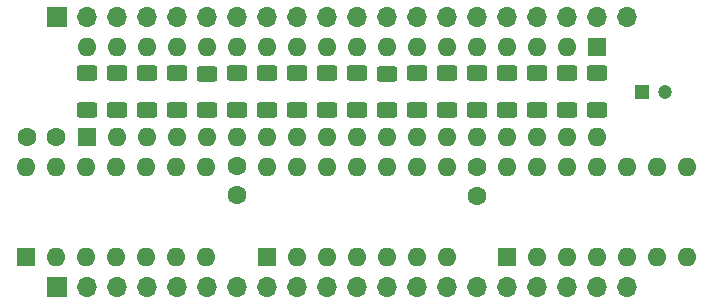
<source format=gts>
G04 #@! TF.GenerationSoftware,KiCad,Pcbnew,(6.0.11-0)*
G04 #@! TF.CreationDate,2023-06-10T21:35:02+02:00*
G04 #@! TF.ProjectId,debug_leds,64656275-675f-46c6-9564-732e6b696361,REV*
G04 #@! TF.SameCoordinates,Original*
G04 #@! TF.FileFunction,Soldermask,Top*
G04 #@! TF.FilePolarity,Negative*
%FSLAX46Y46*%
G04 Gerber Fmt 4.6, Leading zero omitted, Abs format (unit mm)*
G04 Created by KiCad (PCBNEW (6.0.11-0)) date 2023-06-10 21:35:02*
%MOMM*%
%LPD*%
G01*
G04 APERTURE LIST*
G04 Aperture macros list*
%AMRoundRect*
0 Rectangle with rounded corners*
0 $1 Rounding radius*
0 $2 $3 $4 $5 $6 $7 $8 $9 X,Y pos of 4 corners*
0 Add a 4 corners polygon primitive as box body*
4,1,4,$2,$3,$4,$5,$6,$7,$8,$9,$2,$3,0*
0 Add four circle primitives for the rounded corners*
1,1,$1+$1,$2,$3*
1,1,$1+$1,$4,$5*
1,1,$1+$1,$6,$7*
1,1,$1+$1,$8,$9*
0 Add four rect primitives between the rounded corners*
20,1,$1+$1,$2,$3,$4,$5,0*
20,1,$1+$1,$4,$5,$6,$7,0*
20,1,$1+$1,$6,$7,$8,$9,0*
20,1,$1+$1,$8,$9,$2,$3,0*%
G04 Aperture macros list end*
%ADD10R,1.700000X1.700000*%
%ADD11O,1.700000X1.700000*%
%ADD12O,1.600000X1.600000*%
%ADD13R,1.600000X1.600000*%
%ADD14RoundRect,0.250000X0.625000X-0.400000X0.625000X0.400000X-0.625000X0.400000X-0.625000X-0.400000X0*%
%ADD15RoundRect,0.250000X-0.625000X0.400000X-0.625000X-0.400000X0.625000X-0.400000X0.625000X0.400000X0*%
%ADD16C,1.600000*%
%ADD17R,1.200000X1.200000*%
%ADD18C,1.200000*%
G04 APERTURE END LIST*
D10*
X105410000Y-52070000D03*
D11*
X107950000Y-52070000D03*
X110490000Y-52070000D03*
X113030000Y-52070000D03*
X115570000Y-52070000D03*
X118110000Y-52070000D03*
X120650000Y-52070000D03*
X123190000Y-52070000D03*
X125730000Y-52070000D03*
X128270000Y-52070000D03*
X130810000Y-52070000D03*
X133350000Y-52070000D03*
X135890000Y-52070000D03*
X138430000Y-52070000D03*
X140970000Y-52070000D03*
X143510000Y-52070000D03*
X146050000Y-52070000D03*
X148590000Y-52070000D03*
X151130000Y-52070000D03*
X153670000Y-52070000D03*
D10*
X105410000Y-74930000D03*
D11*
X107950000Y-74930000D03*
X110490000Y-74930000D03*
X113030000Y-74930000D03*
X115570000Y-74930000D03*
X118110000Y-74930000D03*
X120650000Y-74930000D03*
X123190000Y-74930000D03*
X125730000Y-74930000D03*
X128270000Y-74930000D03*
X130810000Y-74930000D03*
X133350000Y-74930000D03*
X135890000Y-74930000D03*
X138430000Y-74930000D03*
X140970000Y-74930000D03*
X143510000Y-74930000D03*
X146050000Y-74930000D03*
X148590000Y-74930000D03*
X151130000Y-74930000D03*
X153670000Y-74930000D03*
D12*
X123190000Y-64770000D03*
X125730000Y-64770000D03*
X128270000Y-64770000D03*
X130810000Y-64770000D03*
X133350000Y-64770000D03*
X135890000Y-64770000D03*
X138430000Y-64770000D03*
X138430000Y-72390000D03*
X135890000Y-72390000D03*
X133350000Y-72390000D03*
X130810000Y-72390000D03*
X128270000Y-72390000D03*
X125730000Y-72390000D03*
D13*
X123190000Y-72390000D03*
D12*
X143510000Y-64770000D03*
X146050000Y-64770000D03*
X148590000Y-64770000D03*
X151130000Y-64770000D03*
X153670000Y-64770000D03*
X156210000Y-64770000D03*
X158750000Y-64770000D03*
X158750000Y-72390000D03*
X156210000Y-72390000D03*
X153670000Y-72390000D03*
X151130000Y-72390000D03*
X148590000Y-72390000D03*
X146050000Y-72390000D03*
D13*
X143510000Y-72390000D03*
X102860000Y-72390000D03*
D12*
X105400000Y-72390000D03*
X107940000Y-72390000D03*
X110480000Y-72390000D03*
X113020000Y-72390000D03*
X115560000Y-72390000D03*
X118100000Y-72390000D03*
X118100000Y-64770000D03*
X115560000Y-64770000D03*
X113020000Y-64770000D03*
X110480000Y-64770000D03*
X107940000Y-64770000D03*
X105400000Y-64770000D03*
X102860000Y-64770000D03*
X151130000Y-62230000D03*
X148590000Y-62230000D03*
X146050000Y-62230000D03*
X143510000Y-62230000D03*
X140970000Y-62230000D03*
X138430000Y-62230000D03*
X135890000Y-62230000D03*
X133350000Y-62230000D03*
X133350000Y-54610000D03*
X135890000Y-54610000D03*
X138430000Y-54610000D03*
X140970000Y-54610000D03*
X143510000Y-54610000D03*
X146050000Y-54610000D03*
X148590000Y-54610000D03*
D13*
X151130000Y-54610000D03*
D12*
X107950000Y-54610000D03*
X110490000Y-54610000D03*
X113030000Y-54610000D03*
X115570000Y-54610000D03*
X118110000Y-54610000D03*
X120650000Y-54610000D03*
X123190000Y-54610000D03*
X125730000Y-54610000D03*
X128270000Y-54610000D03*
X130810000Y-54610000D03*
X130810000Y-62230000D03*
X128270000Y-62230000D03*
X125730000Y-62230000D03*
X123190000Y-62230000D03*
X120650000Y-62230000D03*
X118110000Y-62230000D03*
X115570000Y-62230000D03*
X113030000Y-62230000D03*
X110490000Y-62230000D03*
D13*
X107950000Y-62230000D03*
D14*
X146050000Y-56860000D03*
X146050000Y-59960000D03*
D15*
X107950000Y-59970000D03*
X107950000Y-56870000D03*
D14*
X138430000Y-56860000D03*
X138430000Y-59960000D03*
D15*
X125730000Y-59970000D03*
X125730000Y-56870000D03*
D14*
X140970000Y-56860000D03*
X140970000Y-59960000D03*
X151130000Y-56860000D03*
X151130000Y-59960000D03*
D15*
X115570000Y-59970000D03*
X115570000Y-56870000D03*
X120650000Y-59970000D03*
X120650000Y-56870000D03*
X113030000Y-59970000D03*
X113030000Y-56870000D03*
X128270000Y-59970000D03*
X128270000Y-56870000D03*
D14*
X148590000Y-56860000D03*
X148590000Y-59960000D03*
X135890000Y-56870000D03*
X135890000Y-59970000D03*
D15*
X123190000Y-59970000D03*
X123190000Y-56870000D03*
D16*
X140970000Y-64770000D03*
X140970000Y-67270000D03*
D15*
X130810000Y-59970000D03*
X130810000Y-56870000D03*
D14*
X133350000Y-56880000D03*
X133350000Y-59980000D03*
D15*
X110490000Y-59970000D03*
X110490000Y-56870000D03*
X118110000Y-59980000D03*
X118110000Y-56880000D03*
D17*
X154940000Y-58420000D03*
D18*
X156940000Y-58420000D03*
D16*
X102870000Y-62230000D03*
X105370000Y-62230000D03*
X120650000Y-64680000D03*
X120650000Y-67180000D03*
D14*
X143510000Y-56870000D03*
X143510000Y-59970000D03*
M02*

</source>
